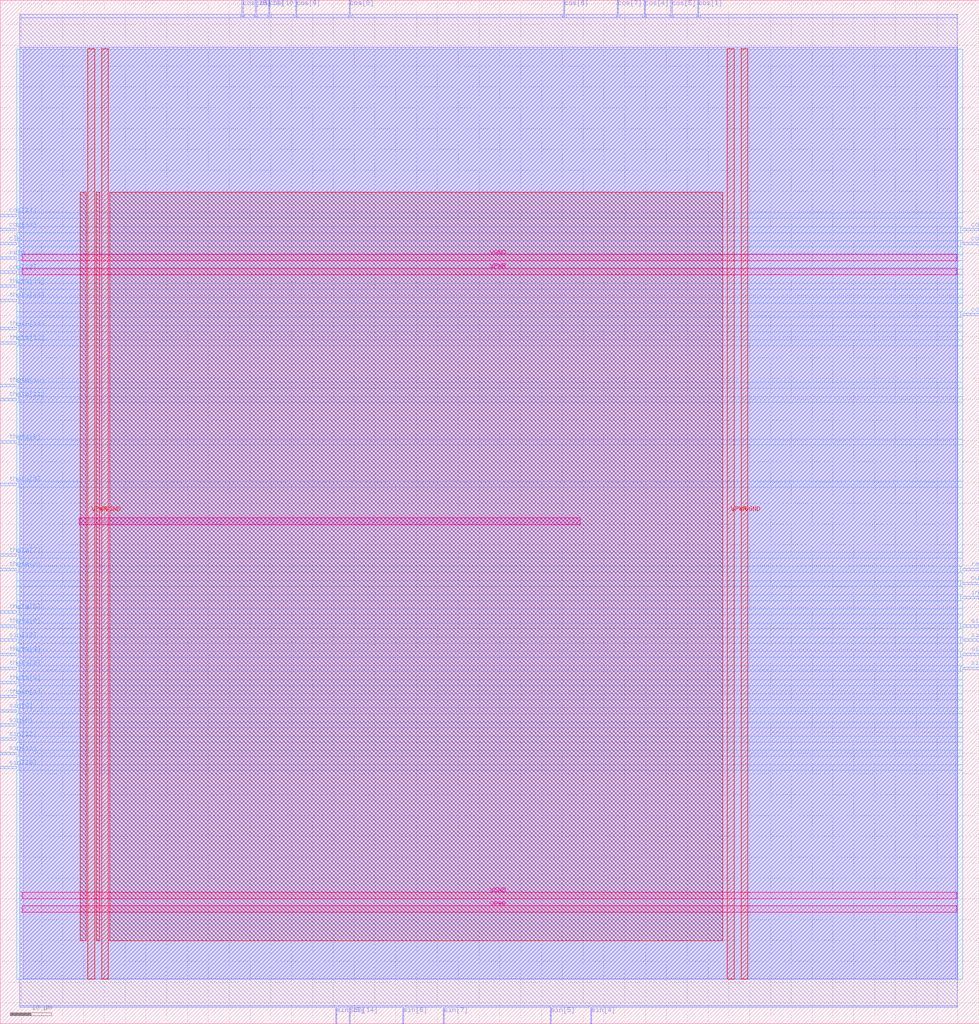
<source format=lef>
VERSION 5.7 ;
  NOWIREEXTENSIONATPIN ON ;
  DIVIDERCHAR "/" ;
  BUSBITCHARS "[]" ;
MACRO cordic
  CLASS BLOCK ;
  FOREIGN cordic ;
  ORIGIN 0.000 0.000 ;
  SIZE 235.135 BY 245.855 ;
  PIN VGND
    DIRECTION INOUT ;
    USE GROUND ;
    PORT
      LAYER met4 ;
        RECT 24.340 10.640 25.940 234.160 ;
    END
    PORT
      LAYER met4 ;
        RECT 177.940 10.640 179.540 234.160 ;
    END
    PORT
      LAYER met5 ;
        RECT 5.280 30.030 229.780 31.630 ;
    END
    PORT
      LAYER met5 ;
        RECT 5.280 183.210 229.780 184.810 ;
    END
  END VGND
  PIN VPWR
    DIRECTION INOUT ;
    USE POWER ;
    PORT
      LAYER met4 ;
        RECT 21.040 10.640 22.640 234.160 ;
    END
    PORT
      LAYER met4 ;
        RECT 174.640 10.640 176.240 234.160 ;
    END
    PORT
      LAYER met5 ;
        RECT 5.280 26.730 229.780 28.330 ;
    END
    PORT
      LAYER met5 ;
        RECT 5.280 179.910 229.780 181.510 ;
    END
  END VPWR
  PIN clk
    DIRECTION INPUT ;
    USE SIGNAL ;
    ANTENNAGATEAREA 0.852000 ;
    PORT
      LAYER met3 ;
        RECT 0.000 187.040 4.000 187.640 ;
    END
  END clk
  PIN cos[0]
    DIRECTION OUTPUT ;
    USE SIGNAL ;
    ANTENNADIFFAREA 0.795200 ;
    PORT
      LAYER met3 ;
        RECT 231.135 170.040 235.135 170.640 ;
    END
  END cos[0]
  PIN cos[10]
    DIRECTION OUTPUT ;
    USE SIGNAL ;
    ANTENNADIFFAREA 0.795200 ;
    PORT
      LAYER met2 ;
        RECT 64.490 241.855 64.770 245.855 ;
    END
  END cos[10]
  PIN cos[11]
    DIRECTION OUTPUT ;
    USE SIGNAL ;
    ANTENNADIFFAREA 0.795200 ;
    PORT
      LAYER met2 ;
        RECT 61.270 241.855 61.550 245.855 ;
    END
  END cos[11]
  PIN cos[12]
    DIRECTION OUTPUT ;
    USE SIGNAL ;
    ANTENNADIFFAREA 0.795200 ;
    PORT
      LAYER met3 ;
        RECT 0.000 180.240 4.000 180.840 ;
    END
  END cos[12]
  PIN cos[13]
    DIRECTION OUTPUT ;
    USE SIGNAL ;
    ANTENNADIFFAREA 0.795200 ;
    PORT
      LAYER met3 ;
        RECT 0.000 190.440 4.000 191.040 ;
    END
  END cos[13]
  PIN cos[14]
    DIRECTION OUTPUT ;
    USE SIGNAL ;
    ANTENNADIFFAREA 0.795200 ;
    PORT
      LAYER met3 ;
        RECT 0.000 193.840 4.000 194.440 ;
    END
  END cos[14]
  PIN cos[15]
    DIRECTION OUTPUT ;
    USE SIGNAL ;
    ANTENNADIFFAREA 0.795200 ;
    PORT
      LAYER met2 ;
        RECT 58.050 241.855 58.330 245.855 ;
    END
  END cos[15]
  PIN cos[1]
    DIRECTION OUTPUT ;
    USE SIGNAL ;
    ANTENNADIFFAREA 0.795200 ;
    PORT
      LAYER met2 ;
        RECT 167.530 241.855 167.810 245.855 ;
    END
  END cos[1]
  PIN cos[2]
    DIRECTION OUTPUT ;
    USE SIGNAL ;
    ANTENNADIFFAREA 0.795200 ;
    PORT
      LAYER met3 ;
        RECT 231.135 187.040 235.135 187.640 ;
    END
  END cos[2]
  PIN cos[3]
    DIRECTION OUTPUT ;
    USE SIGNAL ;
    ANTENNADIFFAREA 0.795200 ;
    PORT
      LAYER met3 ;
        RECT 231.135 190.440 235.135 191.040 ;
    END
  END cos[3]
  PIN cos[4]
    DIRECTION OUTPUT ;
    USE SIGNAL ;
    ANTENNADIFFAREA 0.795200 ;
    PORT
      LAYER met2 ;
        RECT 154.650 241.855 154.930 245.855 ;
    END
  END cos[4]
  PIN cos[5]
    DIRECTION OUTPUT ;
    USE SIGNAL ;
    ANTENNADIFFAREA 0.795200 ;
    PORT
      LAYER met2 ;
        RECT 161.090 241.855 161.370 245.855 ;
    END
  END cos[5]
  PIN cos[6]
    DIRECTION OUTPUT ;
    USE SIGNAL ;
    ANTENNADIFFAREA 0.795200 ;
    PORT
      LAYER met2 ;
        RECT 135.330 241.855 135.610 245.855 ;
    END
  END cos[6]
  PIN cos[7]
    DIRECTION OUTPUT ;
    USE SIGNAL ;
    ANTENNADIFFAREA 0.795200 ;
    PORT
      LAYER met2 ;
        RECT 148.210 241.855 148.490 245.855 ;
    END
  END cos[7]
  PIN cos[8]
    DIRECTION OUTPUT ;
    USE SIGNAL ;
    ANTENNADIFFAREA 0.795200 ;
    PORT
      LAYER met2 ;
        RECT 83.810 241.855 84.090 245.855 ;
    END
  END cos[8]
  PIN cos[9]
    DIRECTION OUTPUT ;
    USE SIGNAL ;
    ANTENNADIFFAREA 0.795200 ;
    PORT
      LAYER met2 ;
        RECT 70.930 241.855 71.210 245.855 ;
    END
  END cos[9]
  PIN in_valid
    DIRECTION INPUT ;
    USE SIGNAL ;
    ANTENNAGATEAREA 0.196500 ;
    PORT
      LAYER met3 ;
        RECT 231.135 102.040 235.135 102.640 ;
    END
  END in_valid
  PIN out_valid
    DIRECTION OUTPUT ;
    USE SIGNAL ;
    ANTENNADIFFAREA 0.795200 ;
    PORT
      LAYER met3 ;
        RECT 231.135 105.440 235.135 106.040 ;
    END
  END out_valid
  PIN ready
    DIRECTION OUTPUT ;
    USE SIGNAL ;
    ANTENNADIFFAREA 0.795200 ;
    PORT
      LAYER met3 ;
        RECT 231.135 108.840 235.135 109.440 ;
    END
  END ready
  PIN rstb
    DIRECTION INPUT ;
    USE SIGNAL ;
    ANTENNAGATEAREA 0.159000 ;
    PORT
      LAYER met3 ;
        RECT 0.000 183.640 4.000 184.240 ;
    END
  END rstb
  PIN sin[0]
    DIRECTION OUTPUT ;
    USE SIGNAL ;
    ANTENNADIFFAREA 0.795200 ;
    PORT
      LAYER met3 ;
        RECT 231.135 88.440 235.135 89.040 ;
    END
  END sin[0]
  PIN sin[10]
    DIRECTION OUTPUT ;
    USE SIGNAL ;
    ANTENNADIFFAREA 0.795200 ;
    PORT
      LAYER met3 ;
        RECT 0.000 61.240 4.000 61.840 ;
    END
  END sin[10]
  PIN sin[11]
    DIRECTION OUTPUT ;
    USE SIGNAL ;
    ANTENNADIFFAREA 0.795200 ;
    PORT
      LAYER met3 ;
        RECT 0.000 64.640 4.000 65.240 ;
    END
  END sin[11]
  PIN sin[12]
    DIRECTION OUTPUT ;
    USE SIGNAL ;
    ANTENNADIFFAREA 0.795200 ;
    PORT
      LAYER met3 ;
        RECT 0.000 91.840 4.000 92.440 ;
    END
  END sin[12]
  PIN sin[13]
    DIRECTION OUTPUT ;
    USE SIGNAL ;
    ANTENNADIFFAREA 0.795200 ;
    PORT
      LAYER met3 ;
        RECT 0.000 68.040 4.000 68.640 ;
    END
  END sin[13]
  PIN sin[14]
    DIRECTION OUTPUT ;
    USE SIGNAL ;
    ANTENNADIFFAREA 0.795200 ;
    PORT
      LAYER met2 ;
        RECT 83.810 0.000 84.090 4.000 ;
    END
  END sin[14]
  PIN sin[15]
    DIRECTION OUTPUT ;
    USE SIGNAL ;
    ANTENNADIFFAREA 0.795200 ;
    PORT
      LAYER met2 ;
        RECT 80.590 0.000 80.870 4.000 ;
    END
  END sin[15]
  PIN sin[1]
    DIRECTION OUTPUT ;
    USE SIGNAL ;
    ANTENNADIFFAREA 0.795200 ;
    PORT
      LAYER met3 ;
        RECT 231.135 91.840 235.135 92.440 ;
    END
  END sin[1]
  PIN sin[2]
    DIRECTION OUTPUT ;
    USE SIGNAL ;
    ANTENNADIFFAREA 0.795200 ;
    PORT
      LAYER met3 ;
        RECT 231.135 95.240 235.135 95.840 ;
    END
  END sin[2]
  PIN sin[3]
    DIRECTION OUTPUT ;
    USE SIGNAL ;
    ANTENNADIFFAREA 0.795200 ;
    PORT
      LAYER met3 ;
        RECT 231.135 85.040 235.135 85.640 ;
    END
  END sin[3]
  PIN sin[4]
    DIRECTION OUTPUT ;
    USE SIGNAL ;
    ANTENNADIFFAREA 0.795200 ;
    PORT
      LAYER met2 ;
        RECT 141.770 0.000 142.050 4.000 ;
    END
  END sin[4]
  PIN sin[5]
    DIRECTION OUTPUT ;
    USE SIGNAL ;
    ANTENNADIFFAREA 0.795200 ;
    PORT
      LAYER met2 ;
        RECT 132.110 0.000 132.390 4.000 ;
    END
  END sin[5]
  PIN sin[6]
    DIRECTION OUTPUT ;
    USE SIGNAL ;
    ANTENNADIFFAREA 0.795200 ;
    PORT
      LAYER met2 ;
        RECT 96.690 0.000 96.970 4.000 ;
    END
  END sin[6]
  PIN sin[7]
    DIRECTION OUTPUT ;
    USE SIGNAL ;
    ANTENNADIFFAREA 0.795200 ;
    PORT
      LAYER met2 ;
        RECT 106.350 0.000 106.630 4.000 ;
    END
  END sin[7]
  PIN sin[8]
    DIRECTION OUTPUT ;
    USE SIGNAL ;
    ANTENNADIFFAREA 0.795200 ;
    PORT
      LAYER met3 ;
        RECT 0.000 71.440 4.000 72.040 ;
    END
  END sin[8]
  PIN sin[9]
    DIRECTION OUTPUT ;
    USE SIGNAL ;
    ANTENNADIFFAREA 0.795200 ;
    PORT
      LAYER met3 ;
        RECT 0.000 74.840 4.000 75.440 ;
    END
  END sin[9]
  PIN theta[0]
    DIRECTION INPUT ;
    USE SIGNAL ;
    ANTENNAGATEAREA 0.196500 ;
    PORT
      LAYER met3 ;
        RECT 0.000 81.640 4.000 82.240 ;
    END
  END theta[0]
  PIN theta[10]
    DIRECTION INPUT ;
    USE SIGNAL ;
    ANTENNAGATEAREA 0.196500 ;
    PORT
      LAYER met3 ;
        RECT 0.000 153.040 4.000 153.640 ;
    END
  END theta[10]
  PIN theta[11]
    DIRECTION INPUT ;
    USE SIGNAL ;
    ANTENNAGATEAREA 0.196500 ;
    PORT
      LAYER met3 ;
        RECT 0.000 149.640 4.000 150.240 ;
    END
  END theta[11]
  PIN theta[12]
    DIRECTION INPUT ;
    USE SIGNAL ;
    ANTENNAGATEAREA 0.196500 ;
    PORT
      LAYER met3 ;
        RECT 0.000 163.240 4.000 163.840 ;
    END
  END theta[12]
  PIN theta[13]
    DIRECTION INPUT ;
    USE SIGNAL ;
    ANTENNAGATEAREA 0.196500 ;
    PORT
      LAYER met3 ;
        RECT 0.000 173.440 4.000 174.040 ;
    END
  END theta[13]
  PIN theta[14]
    DIRECTION INPUT ;
    USE SIGNAL ;
    ANTENNAGATEAREA 0.196500 ;
    PORT
      LAYER met3 ;
        RECT 0.000 166.640 4.000 167.240 ;
    END
  END theta[14]
  PIN theta[15]
    DIRECTION INPUT ;
    USE SIGNAL ;
    ANTENNAGATEAREA 0.196500 ;
    PORT
      LAYER met3 ;
        RECT 0.000 176.840 4.000 177.440 ;
    END
  END theta[15]
  PIN theta[1]
    DIRECTION INPUT ;
    USE SIGNAL ;
    ANTENNAGATEAREA 0.196500 ;
    PORT
      LAYER met3 ;
        RECT 0.000 78.240 4.000 78.840 ;
    END
  END theta[1]
  PIN theta[2]
    DIRECTION INPUT ;
    USE SIGNAL ;
    ANTENNAGATEAREA 0.196500 ;
    PORT
      LAYER met3 ;
        RECT 0.000 85.040 4.000 85.640 ;
    END
  END theta[2]
  PIN theta[3]
    DIRECTION INPUT ;
    USE SIGNAL ;
    ANTENNAGATEAREA 0.196500 ;
    PORT
      LAYER met3 ;
        RECT 0.000 88.440 4.000 89.040 ;
    END
  END theta[3]
  PIN theta[4]
    DIRECTION INPUT ;
    USE SIGNAL ;
    ANTENNAGATEAREA 0.196500 ;
    PORT
      LAYER met3 ;
        RECT 0.000 95.240 4.000 95.840 ;
    END
  END theta[4]
  PIN theta[5]
    DIRECTION INPUT ;
    USE SIGNAL ;
    ANTENNAGATEAREA 0.196500 ;
    PORT
      LAYER met3 ;
        RECT 0.000 98.640 4.000 99.240 ;
    END
  END theta[5]
  PIN theta[6]
    DIRECTION INPUT ;
    USE SIGNAL ;
    ANTENNAGATEAREA 0.196500 ;
    PORT
      LAYER met3 ;
        RECT 0.000 108.840 4.000 109.440 ;
    END
  END theta[6]
  PIN theta[7]
    DIRECTION INPUT ;
    USE SIGNAL ;
    ANTENNAGATEAREA 0.196500 ;
    PORT
      LAYER met3 ;
        RECT 0.000 112.240 4.000 112.840 ;
    END
  END theta[7]
  PIN theta[8]
    DIRECTION INPUT ;
    USE SIGNAL ;
    ANTENNAGATEAREA 0.196500 ;
    PORT
      LAYER met3 ;
        RECT 0.000 139.440 4.000 140.040 ;
    END
  END theta[8]
  PIN theta[9]
    DIRECTION INPUT ;
    USE SIGNAL ;
    ANTENNAGATEAREA 0.196500 ;
    PORT
      LAYER met3 ;
        RECT 0.000 129.240 4.000 129.840 ;
    END
  END theta[9]
  OBS
      LAYER li1 ;
        RECT 5.520 10.795 229.540 234.005 ;
      LAYER met1 ;
        RECT 4.670 10.640 229.930 234.560 ;
      LAYER met2 ;
        RECT 4.690 241.575 57.770 242.490 ;
        RECT 58.610 241.575 60.990 242.490 ;
        RECT 61.830 241.575 64.210 242.490 ;
        RECT 65.050 241.575 70.650 242.490 ;
        RECT 71.490 241.575 83.530 242.490 ;
        RECT 84.370 241.575 135.050 242.490 ;
        RECT 135.890 241.575 147.930 242.490 ;
        RECT 148.770 241.575 154.370 242.490 ;
        RECT 155.210 241.575 160.810 242.490 ;
        RECT 161.650 241.575 167.250 242.490 ;
        RECT 168.090 241.575 229.910 242.490 ;
        RECT 4.690 4.280 229.910 241.575 ;
        RECT 4.690 4.000 80.310 4.280 ;
        RECT 81.150 4.000 83.530 4.280 ;
        RECT 84.370 4.000 96.410 4.280 ;
        RECT 97.250 4.000 106.070 4.280 ;
        RECT 106.910 4.000 131.830 4.280 ;
        RECT 132.670 4.000 141.490 4.280 ;
        RECT 142.330 4.000 229.910 4.280 ;
      LAYER met3 ;
        RECT 3.990 194.840 231.135 234.085 ;
        RECT 4.400 193.440 231.135 194.840 ;
        RECT 3.990 191.440 231.135 193.440 ;
        RECT 4.400 190.040 230.735 191.440 ;
        RECT 3.990 188.040 231.135 190.040 ;
        RECT 4.400 186.640 230.735 188.040 ;
        RECT 3.990 184.640 231.135 186.640 ;
        RECT 4.400 183.240 231.135 184.640 ;
        RECT 3.990 181.240 231.135 183.240 ;
        RECT 4.400 179.840 231.135 181.240 ;
        RECT 3.990 177.840 231.135 179.840 ;
        RECT 4.400 176.440 231.135 177.840 ;
        RECT 3.990 174.440 231.135 176.440 ;
        RECT 4.400 173.040 231.135 174.440 ;
        RECT 3.990 171.040 231.135 173.040 ;
        RECT 3.990 169.640 230.735 171.040 ;
        RECT 3.990 167.640 231.135 169.640 ;
        RECT 4.400 166.240 231.135 167.640 ;
        RECT 3.990 164.240 231.135 166.240 ;
        RECT 4.400 162.840 231.135 164.240 ;
        RECT 3.990 154.040 231.135 162.840 ;
        RECT 4.400 152.640 231.135 154.040 ;
        RECT 3.990 150.640 231.135 152.640 ;
        RECT 4.400 149.240 231.135 150.640 ;
        RECT 3.990 140.440 231.135 149.240 ;
        RECT 4.400 139.040 231.135 140.440 ;
        RECT 3.990 130.240 231.135 139.040 ;
        RECT 4.400 128.840 231.135 130.240 ;
        RECT 3.990 113.240 231.135 128.840 ;
        RECT 4.400 111.840 231.135 113.240 ;
        RECT 3.990 109.840 231.135 111.840 ;
        RECT 4.400 108.440 230.735 109.840 ;
        RECT 3.990 106.440 231.135 108.440 ;
        RECT 3.990 105.040 230.735 106.440 ;
        RECT 3.990 103.040 231.135 105.040 ;
        RECT 3.990 101.640 230.735 103.040 ;
        RECT 3.990 99.640 231.135 101.640 ;
        RECT 4.400 98.240 231.135 99.640 ;
        RECT 3.990 96.240 231.135 98.240 ;
        RECT 4.400 94.840 230.735 96.240 ;
        RECT 3.990 92.840 231.135 94.840 ;
        RECT 4.400 91.440 230.735 92.840 ;
        RECT 3.990 89.440 231.135 91.440 ;
        RECT 4.400 88.040 230.735 89.440 ;
        RECT 3.990 86.040 231.135 88.040 ;
        RECT 4.400 84.640 230.735 86.040 ;
        RECT 3.990 82.640 231.135 84.640 ;
        RECT 4.400 81.240 231.135 82.640 ;
        RECT 3.990 79.240 231.135 81.240 ;
        RECT 4.400 77.840 231.135 79.240 ;
        RECT 3.990 75.840 231.135 77.840 ;
        RECT 4.400 74.440 231.135 75.840 ;
        RECT 3.990 72.440 231.135 74.440 ;
        RECT 4.400 71.040 231.135 72.440 ;
        RECT 3.990 69.040 231.135 71.040 ;
        RECT 4.400 67.640 231.135 69.040 ;
        RECT 3.990 65.640 231.135 67.640 ;
        RECT 4.400 64.240 231.135 65.640 ;
        RECT 3.990 62.240 231.135 64.240 ;
        RECT 4.400 60.840 231.135 62.240 ;
        RECT 3.990 10.715 231.135 60.840 ;
      LAYER met4 ;
        RECT 19.190 19.895 20.640 199.745 ;
        RECT 23.040 19.895 23.940 199.745 ;
        RECT 26.340 19.895 173.585 199.745 ;
      LAYER met5 ;
        RECT 18.980 119.900 139.260 121.500 ;
  END
END cordic
END LIBRARY


</source>
